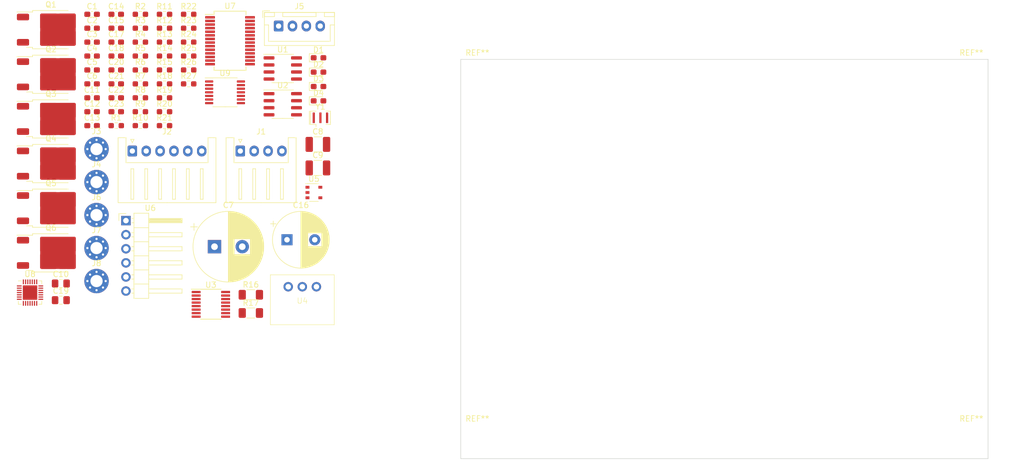
<source format=kicad_pcb>
(kicad_pcb (version 20221018) (generator pcbnew)
  (layers (0 "F.Cu" signal) (31 "B.Cu" signal) (34 "B.Paste" user) (35 "F.Paste" user) (36 "B.SilkS" user "B.Silkscreen") (37 "F.SilkS" user "F.Silkscreen") (38 "B.Mask" user) (39 "F.Mask" user) (44 "Edge.Cuts" user))
  (net 0 "")
  (net 1 "VCC")
  (net 2 "GND")
  (net 3 "+3.3VP")
  (net 4 "GNDPWR")
  (net 5 "+BATT")
  (net 6 "Net-(U4-VOUT)")
  (net 7 "Net-(U8-CPH)")
  (net 8 "Net-(U8-CPL)")
  (net 9 "Net-(U8-GVDD)")
  (net 10 "/BSTA")
  (net 11 "/OUT_A")
  (net 12 "/BSTB")
  (net 13 "/OUT_B")
  (net 14 "/BSTC")
  (net 15 "/OUT_C")
  (net 16 "Net-(D1-A)")
  (net 17 "Net-(D2-A)")
  (net 18 "Net-(D3-A)")
  (net 19 "Net-(D4-A)")
  (net 20 "/LOGIC_PWM_EN")
  (net 21 "/LOGIC_PWM_A")
  (net 22 "/LOGIC_PWM_B")
  (net 23 "/LOGIC_PWM_C")
  (net 24 "/LOGIC_MISO")
  (net 25 "/LOGIC_MOSI")
  (net 26 "/LOGIC_SCK")
  (net 27 "/LOGIC_CS")
  (net 28 "/VOLTAGE_DIV")
  (net 29 "/CURRENT_B_AMP")
  (net 30 "/CURRENT_A_AMP")
  (net 31 "Net-(Q1-G)")
  (net 32 "Net-(Q2-G)")
  (net 33 "Net-(Q2-S)")
  (net 34 "Net-(Q3-G)")
  (net 35 "Net-(Q4-G)")
  (net 36 "Net-(Q4-S)")
  (net 37 "Net-(Q5-G)")
  (net 38 "Net-(Q6-G)")
  (net 39 "/MCLR")
  (net 40 "/RED_LED")
  (net 41 "/GREEN_LED")
  (net 42 "/BLUE_LED")
  (net 43 "/nFAULT")
  (net 44 "Net-(U8-DT)")
  (net 45 "/GHA")
  (net 46 "/GLA")
  (net 47 "/GHB")
  (net 48 "/GLB")
  (net 49 "/GHC")
  (net 50 "/GLC")
  (net 51 "Net-(U9A-+)")
  (net 52 "Net-(U9A--)")
  (net 53 "Net-(U9B-+)")
  (net 54 "Net-(U9B--)")
  (net 55 "/AMP_REF")
  (net 56 "Net-(U9C-+)")
  (net 57 "/PWM_B")
  (net 58 "/PWM_C")
  (net 59 "/PWM_EN")
  (net 60 "/PWM_A")
  (net 61 "/MISO")
  (net 62 "/MOSI")
  (net 63 "/SCK")
  (net 64 "/CS")
  (net 66 "/PGD")
  (net 67 "/PGC")
  (net 70 "Net-(U7-RB0)")
  (net 71 "Net-(U7-RB1)")
  (net 72 "/VDSLVL")
  (net 74 "/nSLEEP")
  (footprint "Capacitor_SMD:C_0603_1608Metric_Pad1.08x0.95mm_HandSolder" (layer "F.Cu") (at 37.935 74.885)
    (fp_text reference "C17" (at 0 -1.43) (layer "F.SilkS"))
    (fp_text value "0.1u/100V")
    (pad "1" smd roundrect (at -0.8625 0) (size 1.075 0.95) (layers "F.Cu" "F.Paste" "F.Mask") (net 5 "+BATT"))
    (pad "2" smd roundrect (at 0.8625 0) (size 1.075 0.95) (layers "F.Cu" "F.Paste" "F.Mask") (net 4 "GNDPWR"))
  )
  (footprint "Resistor_SMD:R_0603_1608Metric_Pad0.98x0.95mm_HandSolder" (layer "F.Cu") (at 42.285 82.415)
    (fp_text reference "R7" (at 0 -1.43) (layer "F.SilkS"))
    (fp_text value "30k")
    (pad "1" smd roundrect (at -0.9125 0) (size 0.975 0.95) (layers "F.Cu" "F.Paste" "F.Mask") (net 4 "GNDPWR"))
    (pad "2" smd roundrect (at 0.9125 0) (size 0.975 0.95) (layers "F.Cu" "F.Paste" "F.Mask") (net 44 "Net-(U8-DT)"))
  )
  (footprint "Resistor_SMD:R_0603_1608Metric_Pad0.98x0.95mm_HandSolder" (layer "F.Cu") (at 50.985 82.415)
    (fp_text reference "R27" (at 0 -1.43) (layer "F.SilkS"))
    (fp_text value "33k")
    (pad "1" smd roundrect (at -0.9125 0) (size 0.975 0.95) (layers "F.Cu" "F.Paste" "F.Mask") (net 54 "Net-(U9B--)"))
    (pad "2" smd roundrect (at 0.9125 0) (size 0.975 0.95) (layers "F.Cu" "F.Paste" "F.Mask") (net 29 "/CURRENT_B_AMP"))
  )
  (footprint "MountingHole:MountingHole_2.2mm_M2_Pad_Via" (layer "F.Cu") (at 34.385 106.075)
    (fp_text reference "J6" (at 0 -3.2) (layer "F.SilkS"))
    (fp_text value "Conn_01x01")
    (pad "1" thru_hole circle (at -1.65 0) (size 0.7 0.7) (drill 0.4) (layers "*.Cu" "*.Mask") (net 11 "/OUT_A"))
    (pad "1" thru_hole circle (at -1.166726 -1.166726) (size 0.7 0.7) (drill 0.4) (layers "*.Cu" "*.Mask") (net 11 "/OUT_A"))
    (pad "1" thru_hole circle (at -1.166726 1.166726) (size 0.7 0.7) (drill 0.4) (layers "*.Cu" "*.Mask") (net 11 "/OUT_A"))
    (pad "1" thru_hole circle (at 0 -1.65) (size 0.7 0.7) (drill 0.4) (layers "*.Cu" "*.Mask") (net 11 "/OUT_A"))
    (pad "1" thru_hole circle (at 0 0) (size 4.4 4.4) (drill 2.2) (layers "*.Cu" "*.Mask") (net 11 "/OUT_A"))
    (pad "1" thru_hole circle (at 0 1.65) (size 0.7 0.7) (drill 0.4) (layers "*.Cu" "*.Mask") (net 11 "/OUT_A"))
    (pad "1" thru_hole circle (at 1.166726 -1.166726) (size 0.7 0.7) (drill 0.4) (layers "*.Cu" "*.Mask") (net 11 "/OUT_A"))
    (pad "1" thru_hole circle (at 1.166726 1.166726) (size 0.7 0.7) (drill 0.4) (layers "*.Cu" "*.Mask") (net 11 "/OUT_A"))
    (pad "1" thru_hole circle (at 1.65 0) (size 0.7 0.7) (drill 0.4) (layers "*.Cu" "*.Mask") (net 11 "/OUT_A"))
  )
  (footprint "Capacitor_SMD:C_0603_1608Metric_Pad1.08x0.95mm_HandSolder" (layer "F.Cu") (at 33.585 84.925)
    (fp_text reference "C11" (at 0 -1.43) (layer "F.SilkS"))
    (fp_text value "1u")
    (pad "1" smd roundrect (at -0.8625 0) (size 1.075 0.95) (layers "F.Cu" "F.Paste" "F.Mask") (net 6 "Net-(U4-VOUT)"))
    (pad "2" smd roundrect (at 0.8625 0) (size 1.075 0.95) (layers "F.Cu" "F.Paste" "F.Mask") (net 4 "GNDPWR"))
  )
  (footprint "LED_SMD:LED_0603_1608Metric_Pad1.05x0.95mm_HandSolder" (layer "F.Cu") (at 74.38 85.475)
    (fp_text reference "D4" (at 0 -1.43) (layer "F.SilkS"))
    (fp_text value "LED")
    (pad "1" smd roundrect (at -0.875 0) (size 1.05 0.95) (layers "F.Cu" "F.Paste" "F.Mask") (net 4 "GNDPWR"))
    (pad "2" smd roundrect (at 0.875 0) (size 1.05 0.95) (layers "F.Cu" "F.Paste" "F.Mask") (net 19 "Net-(D4-A)"))
  )
  (footprint "Capacitor_SMD:C_0603_1608Metric_Pad1.08x0.95mm_HandSolder" (layer "F.Cu") (at 37.935 84.925)
    (fp_text reference "C22" (at 0 -1.43) (layer "F.SilkS"))
    (fp_text value "1u")
    (pad "1" smd roundrect (at -0.8625 0) (size 1.075 0.95) (layers "F.Cu" "F.Paste" "F.Mask") (net 14 "/BSTC"))
    (pad "2" smd roundrect (at 0.8625 0) (size 1.075 0.95) (layers "F.Cu" "F.Paste" "F.Mask") (net 15 "/OUT_C"))
  )
  (footprint "Resistor_SMD:R_0603_1608Metric_Pad0.98x0.95mm_HandSolder" (layer "F.Cu") (at 42.285 87.435)
    (fp_text reference "R9" (at 0 -1.43) (layer "F.SilkS"))
    (fp_text value "1k")
    (pad "1" smd roundrect (at -0.9125 0) (size 0.975 0.95) (layers "F.Cu" "F.Paste" "F.Mask") (net 28 "/VOLTAGE_DIV"))
    (pad "2" smd roundrect (at 0.9125 0) (size 0.975 0.95) (layers "F.Cu" "F.Paste" "F.Mask") (net 4 "GNDPWR"))
  )
  (footprint "Package_DFN_QFN:QFN-28-1EP_4x4mm_P0.4mm_EP2.6x2.6mm" (layer "F.Cu") (at 22.405 120.055)
    (fp_text reference "U8" (at 0 -3.32) (layer "F.SilkS"))
    (fp_text value "DRV8328BRUY")
    (pad "1" smd roundrect (at -1.9375 -1.2) (size 0.875 0.2) (layers "F.Cu" "F.Paste" "F.Mask") (net 5 "+BATT"))
    (pad "2" smd roundrect (at -1.9375 -0.8) (size 0.875 0.2) (layers "F.Cu" "F.Paste" "F.Mask") (net 8 "Net-(U8-CPL)"))
    (pad "3" smd roundrect (at -1.9375 -0.4) (size 0.875 0.2) (layers "F.Cu" "F.Paste" "F.Mask") (net 7 "Net-(U8-CPH)"))
    (pad "4" smd roundrect (at -1.9375 0) (size 0.875 0.2) (layers "F.Cu" "F.Paste" "F.Mask") (net 9 "Net-(U8-GVDD)"))
    (pad "5" smd roundrect (at -1.9375 0.4) (size 0.875 0.2) (layers "F.Cu" "F.Paste" "F.Mask") (net 10 "/BSTA"))
    (pad "6" smd roundrect (at -1.9375 0.8) (size 0.875 0.2) (layers "F.Cu" "F.Paste" "F.Mask") (net 11 "/OUT_A"))
    (pad "7" smd roundrect (at -1.9375 1.2) (size 0.875 0.2) (layers "F.Cu" "F.Paste" "F.Mask") (net 45 "/GHA"))
    (pad "8" smd roundrect (at -1.2 1.9375) (size 0.2 0.875) (layers "F.Cu" "F.Paste" "F.Mask") (net 46 "/GLA"))
    (pad "9" smd roundrect (at -0.8 1.9375) (size 0.2 0.875) (layers "F.Cu" "F.Paste" "F.Mask") (net 12 "/BSTB"))
    (pad "10" smd roundrect (at -0.4 1.9375) (size 0.2 0.875) (layers "F.Cu" "F.Paste" "F.Mask") (net 13 "/OUT_B"))
    (pad "11" smd roundrect (at 0 1.9375) (size 0.2 0.875) (layers "F.Cu" "F.Paste" "F.Mask") (net 47 "/GHB"))
    (pad "12" smd roundrect (at 0.4 1.9375) (size 0.2 0.875) (layers "F.Cu" "F.Paste" "F.Mask") (net 48 "/GLB"))
    (pad "13" smd roundrect (at 0.8 1.9375) (size 0.2 0.875) (layers "F.Cu" "F.Paste" "F.Mask") (net 14 "/BSTC"))
    (pad "14" smd roundrect (at 1.2 1.9375) (size 0.2 0.875) (layers "F.Cu" "F.Paste" "F.Mask") (net 15 "/OUT_C"))
    (pad "15" smd roundrect (at 1.9375 1.2) (size 0.875 0.2) (layers "F.Cu" "F.Paste" "F.Mask") (net 49 "/GHC"))
    (pad "16" smd roundrect (at 1.9375 0.8) (size 0.875 0.2) (layers "F.Cu" "F.Paste" "F.Mask") (net 50 "/GLC"))
    (pad "17" smd roundrect (at 1.9375 0.4) (size 0.875 0.2) (layers "F.Cu" "F.Paste" "F.Mask") (net 4 "GNDPWR"))
    (pad "18" smd roundrect (at 1.9375 0) (size 0.875 0.2) (layers "F.Cu" "F.Paste" "F.Mask") (net 58 "/PWM_C"))
    (pad "19" smd roundrect (at 1.9375 -0.4) (size 0.875 0.2) (layers "F.Cu" "F.Paste" "F.Mask") (net 57 "/PWM_B"))
    (pad "20" smd roundrect (at 1.9375 -0.8) (size 0.875 0.2) (layers "F.Cu" "F.Paste" "F.Mask") (net 60 "/PWM_A"))
    (pad "21" smd roundrect (at 1.9375 -1.2) (size 0.875 0.2) (layers "F.Cu" "F.Paste" "F.Mask") (net 59 "/PWM_EN"))
    (pad "22" smd roundrect (at 1.2 -1.9375) (size 0.2 0.875) (layers "F.Cu" "F.Paste" "F.Mask") (net 59 "/PWM_EN"))
    (pad "23" smd roundrect (at 0.8 -1.9375) (size 0.2 0.875) (layers "F.Cu" "F.Paste" "F.Mask") (net 59 "/PWM_EN"))
    (pad "24" smd roundrect (at 0.4 -1.9375) (size 0.2 0.875) (layers "F.Cu" "F.Paste" "F.Mask") (net 43 "/nFAULT"))
    (pad "25" smd roundrect (at 0 -1.9375) (size 0.2 0.875) (layers "F.Cu" "F.Paste" "F.Mask") (net 74 "/nSLEEP"))
    (pad "26" smd roundrect (at -0.4 -1.9375) (size 0.2 0.875) (layers "F.Cu" "F.Paste" "F.Mask") (net 72 "/VDSLVL"))
    (pad "27" smd roundrect (at -0.8 -1.9375) (size 0.2 0.875) (layers "F.Cu" "F.Paste" "F.Mask") (net 44 "Net-(U8-DT)"))
    (pad "28" smd roundrect (at -1.2 -1.9375) (size 0.2 0.875) (layers "F.Cu" "F.Paste" "F.Mask") (net 4 "GNDPWR"))
    (pad "29" smd rect (at 0 0) (size 2.6 2.6) (layers "F.Cu" "F.Mask") (net 4 "GNDPWR"))
  )
  (footprint "Capacitor_SMD:C_0603_1608Metric_Pad1.08x0.95mm_HandSolder" (layer "F.Cu") (at 37.935 77.395)
    (fp_text reference "C18" (at 0 -1.43) (layer "F.SilkS"))
    (fp_text value "470n/50V")
    (pad "1" smd roundrect (at -0.8625 0) (size 1.075 0.95) (layers "F.Cu" "F.Paste" "F.Mask") (net 7 "Net-(U8-CPH)"))
    (pad "2" smd roundrect (at 0.8625 0) (size 1.075 0.95) (layers "F.Cu" "F.Paste" "F.Mask") (net 8 "Net-(U8-CPL)"))
  )
  (footprint "Resistor_SMD:R_0603_1608Metric_Pad0.98x0.95mm_HandSolder" (layer "F.Cu") (at 46.635 72.375)
    (fp_text reference "R12" (at 0 -1.43) (layer "F.SilkS"))
    (fp_text value "20")
    (pad "1" smd roundrect (at -0.9125 0) (size 0.975 0.95) (layers "F.Cu" "F.Paste" "F.Mask") (net 47 "/GHB"))
    (pad "2" smd roundrect (at 0.9125 0) (size 0.975 0.95) (layers "F.Cu" "F.Paste" "F.Mask") (net 34 "Net-(Q3-G)"))
  )
  (footprint "Resistor_SMD:R_0603_1608Metric_Pad0.98x0.95mm_HandSolder" (layer "F.Cu") (at 50.985 77.395)
    (fp_text reference "R25" (at 0 -1.43) (layer "F.SilkS"))
    (fp_text value "10k")
    (pad "1" smd roundrect (at -0.9125 0) (size 0.975 0.95) (layers "F.Cu" "F.Paste" "F.Mask") (net 4 "GNDPWR"))
    (pad "2" smd roundrect (at 0.9125 0) (size 0.975 0.95) (layers "F.Cu" "F.Paste" "F.Mask") (net 56 "Net-(U9C-+)"))
  )
  (footprint "Capacitor_SMD:C_1210_3225Metric_Pad1.33x2.70mm_HandSolder" (layer "F.Cu") (at 74.265 93.325)
    (fp_text reference "C8" (at 0 -2.3) (layer "F.SilkS"))
    (fp_text value "10u/100V")
    (pad "1" smd roundrect (at -1.5625 0) (size 1.325 2.7) (layers "F.Cu" "F.Paste" "F.Mask") (roundrect_rratio 0.188679) (net 5 "+BATT"))
    (pad "2" smd roundrect (at 1.5625 0) (size 1.325 2.7) (layers "F.Cu" "F.Paste" "F.Mask") (roundrect_rratio 0.188679) (net 4 "GNDPWR"))
  )
  (footprint "Resistor_SMD:R_0603_1608Metric_Pad0.98x0.95mm_HandSolder" (layer "F.Cu") (at 46.635 79.905)
    (fp_text reference "R15" (at 0 -1.43) (layer "F.SilkS"))
    (fp_text value "20")
    (pad "1" smd roundrect (at -0.9125 0) (size 0.975 0.95) (layers "F.Cu" "F.Paste" "F.Mask") (net 50 "/GLC"))
    (pad "2" smd roundrect (at 0.9125 0) (size 0.975 0.95) (layers "F.Cu" "F.Paste" "F.Mask") (net 38 "Net-(Q6-G)"))
  )
  (footprint "Capacitor_SMD:C_0805_2012Metric_Pad1.18x1.45mm_HandSolder" (layer "F.Cu") (at 27.955 118.415)
    (fp_text reference "C10" (at 0 -1.68) (layer "F.SilkS"))
    (fp_text value "22u")
    (pad "1" smd roundrect (at -1.0375 0) (size 1.175 1.45) (layers "F.Cu" "F.Paste" "F.Mask") (roundrect_rratio 0.212766) (net 6 "Net-(U4-VOUT)"))
    (pad "2" smd roundrect (at 1.0375 0) (size 1.175 1.45) (layers "F.Cu" "F.Paste" "F.Mask") (roundrect_rratio 0.212766) (net 4 "GNDPWR"))
  )
  (footprint "MountingHole:MountingHole_2.2mm_M2_Pad_Via" (layer "F.Cu") (at 34.385 112.025)
    (fp_text reference "J7" (at 0 -3.2) (layer "F.SilkS"))
    (fp_text value "Conn_01x01")
    (pad "1" thru_hole circle (at -1.65 0) (size 0.7 0.7) (drill 0.4) (layers "*.Cu" "*.Mask") (net 13 "/OUT_B"))
    (pad "1" thru_hole circle (at -1.166726 -1.166726) (size 0.7 0.7) (drill 0.4) (layers "*.Cu" "*.Mask") (net 13 "/OUT_B"))
    (pad "1" thru_hole circle (at -1.166726 1.166726) (size 0.7 0.7) (drill 0.4) (layers "*.Cu" "*.Mask") (net 13 "/OUT_B"))
    (pad "1" thru_hole circle (at 0 -1.65) (size 0.7 0.7) (drill 0.4) (layers "*.Cu" "*.Mask") (net 13 "/OUT_B"))
    (pad "1" thru_hole circle (at 0 0) (size 4.4 4.4) (drill 2.2) (layers "*.Cu" "*.Mask") (net 13 "/OUT_B"))
    (pad "1" thru_hole circle (at 0 1.65) (size 0.7 0.7) (drill 0.4) (layers "*.Cu" "*.Mask") (net 13 "/OUT_B"))
    (pad "1" thru_hole circle (at 1.166726 -1.166726) (size 0.7 0.7) (drill 0.4) (layers "*.Cu" "*.Mask") (net 13 "/OUT_B"))
    (pad "1" thru_hole circle (at 1.166726 1.166726) (size 0.7 0.7) (drill 0.4) (layers "*.Cu" "*.Mask") (net 13 "/OUT_B"))
    (pad "1" thru_hole circle (at 1.65 0) (size 0.7 0.7) (drill 0.4) (layers "*.Cu" "*.Mask") (net 13 "/OUT_B"))
  )
  (footprint "Capacitor_SMD:C_0603_1608Metric_Pad1.08x0.95mm_HandSolder" (layer "F.Cu") (at 33.585 77.395)
    (fp_text reference "C4" (at 0 -1.43) (layer "F.SilkS"))
    (fp_text value "0.1u")
    (pad "1" smd roundrect (at -0.8625 0) (size 1.075 0.95) (layers "F.Cu" "F.Paste" "F.Mask") (net 3 "+3.3VP"))
    (pad "2" smd roundrect (at 0.8625 0) (size 1.075 0.95) (layers "F.Cu" "F.Paste" "F.Mask") (net 4 "GNDPWR"))
  )
  (footprint "Package_SO:SOIC-8_3.9x4.9mm_P1.27mm" (layer "F.Cu") (at 67.935 86.085)
    (fp_text reference "U2" (at 0 -3.4) (layer "F.SilkS"))
    (fp_text value "SCM3728ASA")
    (pad "1" smd roundrect (at -2.475 -1.905) (size 1.95 0.6) (layers "F.Cu" "F.Paste" "F.Mask") (net 1 "VCC"))
    (pad "2" smd roundrect (at -2.475 -0.635) (size 1.95 0.6) (layers "F.Cu" "F.Paste" "F.Mask") (net 21 "/LOGIC_PWM_A"))
    (pad "3" smd roundrect (at -2.475 0.635) (size 1.95 0.6) (layers "F.Cu" "F.Paste" "F.Mask") (net 20 "/LOGIC_PWM_EN"))
    (pad "4" smd roundrect (at -2.475 1.905) (size 1.95 0.6) (layers "F.Cu" "F.Paste" "F.Mask") (net 2 "GND"))
    (pad "5" smd roundrect (at 2.475 1.905) (size 1.95 0.6) (layers "F.Cu" "F.Paste" "F.Mask") (net 4 "GNDPWR"))
    (pad "6" smd roundrect (at 2.475 0.635) (size 1.95 0.6) (layers "F.Cu" "F.Paste" "F.Mask") (net 59 "/PWM_EN"))
    (pad "7" smd roundrect (at 2.475 -0.635) (size 1.95 0.6) (layers "F.Cu" "F.Paste" "F.Mask") (net 60 "/PWM_A"))
    (pad "8" smd roundrect (at 2.475 -1.905) (size 1.95 0.6) (layers "F.Cu" "F.Paste" "F.Mask") (net 3 "+3.3VP"))
  )
  (footprint "Resistor_SMD:R_0603_1608Metric_Pad0.98x0.95mm_HandSolder" (layer "F.Cu") (at 50.985 79.905)
    (fp_text reference "R26" (at 0 -1.43) (layer "F.SilkS"))
    (fp_text value "33k")
    (pad "1" smd roundrect (at -0.9125 0) (size 0.975 0.95) (layers "F.Cu" "F.Paste" "F.Mask") (net 52 "Net-(U9A--)"))
    (pad "2" smd roundrect (at 0.9125 0) (size 0.975 0.95) (layers "F.Cu" "F.Paste" "F.Mask") (net 30 "/CURRENT_A_AMP"))
  )
  (footprint "MountingHole:MountingHole_3.2mm_M3" (layer "F.Cu") (at 192 147)
    (fp_text reference "REF**" (at 0 -4.2) (layer "F.SilkS"))
    (fp_text value "MountingHole_3.2mm_M3")
    (pad "" np_thru_hole circle (at 0 0) (size 3.2 3.2) (drill 3.2) (layers "*.Cu" "*.Mask"))
  )
  (footprint "Capacitor_THT:CP_Radial_D10.0mm_P5.00mm" (layer "F.Cu") (at 68.699646 110.525)
    (fp_text reference "C16" (at 2.5 -6.25) (layer "F.SilkS"))
    (fp_text value "47u/100V")
    (pad "1" thru_hole rect (at 0 0) (size 2 2) (drill 1) (layers "*.Cu" "*.Mask") (net 5 "+BATT"))
    (pad "2" thru_hole circle (at 5 0) (size 2 2) (drill 1) (layers "*.Cu" "*.Mask") (net 4 "GNDPWR"))
  )
  (footprint "Package_TO_SOT_SMD:TO-252-2" (layer "F.Cu") (at 26.175 104.835)
    (fp_text reference "Q5" (at 0 -4.5) (layer "F.SilkS"))
    (fp_text value "Q_NMOS_GDS")
    (pad "1" smd roundrect (at -5.04 -2.28) (size 2.2 1.2) (layers "F.Cu" "F.Paste" "F.Mask") (roundrect_rratio 0.208333) (net 37 "Net-(Q5-G)"))
    (pad "2" smd roundrect (at -0.415 -1.525) (size 3.05 2.75) (layers "F.Cu" "F.Paste") (roundrect_rratio 0.090909) (net 5 "+BATT"))
    (pad "2" smd roundrect (at -0.415 1.525) (size 3.05 2.75) (layers "F.Cu" "F.Paste") (roundrect_rratio 0.090909) (net 5 "+BATT"))
    (pad "2" smd roundrect (at 1.26 0) (size 6.4 5.8) (layers "F.Cu" "F.Mask") (roundrect_rratio 0.043103) (net 5 "+BATT"))
    (pad "2" smd roundrect (at 2.935 -1.525) (size 3.05 2.75) (layers "F.Cu" "F.Paste") (roundrect_rratio 0.090909) (net 5 "+BATT"))
    (pad "2" smd roundrect (at 2.935 1.525) (size 3.05 2.75) (layers "F.Cu" "F.Paste") (roundrect_rratio 0.090909) (net 5 "+BATT"))
    (pad "3" smd roundrect (at -5.04 2.28) (size 2.2 1.2) (layers "F.Cu" "F.Paste" "F.Mask") (roundrect_rratio 0.208333) (net 15 "/OUT_C"))
  )
  (footprint "Resistor_SMD:R_0603_1608Metric_Pad0.98x0.95mm_HandSolder" (layer "F.Cu") (at 42.285 84.925)
    (fp_text reference "R8" (at 0 -1.43) (layer "F.SilkS"))
    (fp_text value "15k")
    (pad "1" smd roundrect (at -0.9125 0) (size 0.975 0.95) (layers "F.Cu" "F.Paste" "F.Mask") (net 5 "+BATT"))
    (pad "2" smd roundrect (at 0.9125 0) (size 0.975 0.95) (layers "F.Cu" "F.Paste" "F.Mask") (net 28 "/VOLTAGE_DIV"))
  )
  (footprint "Resistor_SMD:R_0603_1608Metric_Pad0.98x0.95mm_HandSolder" (layer "F.Cu") (at 46.635 82.415)
    (fp_text reference "R18" (at 0 -1.43) (layer "F.SilkS"))
    (fp_text value "1k")
    (pad "1" smd roundrect (at -0.9125 0) (size 0.975 0.95) (layers "F.Cu" "F.Paste" "F.Mask") (net 33 "Net-(Q2-S)"))
    (pad "2" smd roundrect (at 0.9125 0) (size 0.975 0.95) (layers "F.Cu" "F.Paste" "F.Mask") (net 51 "Net-(U9A-+)"))
  )
  (footprint "Package_SO:TSSOP-14_4.4x5mm_P0.65mm" (layer "F.Cu") (at 57.535 83.935)
    (fp_text reference "U9" (at 0 -3.45) (layer "F.SilkS"))
    (fp_text value "Opamp_Quad")
    (pad "1" smd roundrect (at -2.8625 -1.95) (size 1.475 0.4) (layers "F.Cu" "F.Paste" "F.Mask") (net 30 "/CURRENT_A_AMP"))
    (pad "2" smd roundrect (at -2.8625 -1.3) (size 1.475 0.4) (layers "F.Cu" "F.Paste" "F.Mask") (net 52 "Net-(U9A--)"))
    (pad "3" smd roundrect (at -2.8625 -0.65) (size 1.475 0.4) (layers "F.Cu" "F.Paste" "F.Mask") (net 51 "Net-(U9A-+)"))
    (pad "4" smd roundrect (at -2.8625 0) (size 1.475 0.4) (layers "F.Cu" "F.Paste" "F.Mask") (net 3 "+3.3VP"))
    (pad "5" smd roundrect (at -2.8625 0.65) (size 1.475 0.4) (layers "F.Cu" "F.Paste" "F.Mask") (net 53 "Net-(U9B-+)"))
    (pad "6" smd roundrect (at -2.8625 1.3) (size 1.475 0.4) (layers "F.Cu" "F.Paste" "F.Mask") (net 54 "Net-(U9B--)"))
    (pad "7" smd roundrect (at -2.8625 1.95) (size 1.475 0.4) (layers "F.Cu" "F.Paste" "F.Mask") (net 29 "/CURRENT_B_AMP"))
    (pad "8" smd roundrect (at 2.8625 1.95) (size 1.475 0.4) (layers "F.Cu" "F.Paste" "F.Mask") (net 55 "/AMP_REF"))
    (pad "9" smd roundrect (at 2.8625 1.3) (size 1.475 0.4) (layers "F.Cu" "F.Paste" "F.Mask") (net 55 "/AMP_REF"))
    (pad "10" smd roundrect (at 2.8625 0.65) (size 1.475 0.4) (layers "F.Cu" "F.Paste" "F.Mask") (net 56 "Net-(U9C-+)"))
    (pad "11" smd roundrect (at 2.8625 0) (size 1.475 0.4) (layers "F.Cu" "F.Paste" "F.Mask") (net 4 "GNDPWR"))
    (pad "12" smd roundrect (at 2.8625 -0.65) (size 1.475 0.4) (layers "F.Cu" "F.Paste" "F.Mask") (net 4 "GNDPWR"))
    (pad "13" smd roundrect (at 2.8625 -1.3) (size 1.475 0.4) (layers "F.Cu" "F.Paste" "F.Mask") (net 4 "GNDPWR"))
    (pad "14" smd roundrect (at 2.8625 -1.95) (size 1.475 0.4) (layers "F.Cu" "F.Paste" "F.Mask"))
  )
  (footprint "Capacitor_SMD:C_0603_1608Metric_Pad1.08x0.95mm_HandSolder" (layer "F.Cu") (at 33.585 87.435)
    (fp_text reference "C12" (at 0 -1.43) (layer "F.SilkS"))
    (fp_text value "1u")
    (pad "1" smd roundrect (at -0.8625 0) (size 1.075 0.95) (layers "F.Cu" "F.Paste" "F.Mask") (net 3 "+3.3VP"))
    (pad "2" smd roundrect (at 0.8625 0) (size 1.075 0.95) (layers "F.Cu" "F.Paste" "F.Mask") (net 4 "GNDPWR"))
  )
  (footprint "Package_SO:SSOP-28_5.3x10.2mm_P0.65mm" (layer "F.Cu") (at 58.435 74.635)
    (fp_text reference "U7" (at 0 -6.25) (layer "F.SilkS"))
    (fp_text value "dsPIC33CH64MP202T")
    (pad "1" smd rect (at -3.6 -4.225) (size 1.75 0.45) (layers "F.Cu" "F.Paste" "F.Mask"))
    (pad "2" smd rect (at -3.6 -3.575) (size 1.75 0.45) (layers "F.Cu" "F.Paste" "F.Mask") (net 28 "/VOLTAGE_DIV"))
    (pad "3" smd rect (at -3.6 -2.925) (size 1.75 0.45) (layers "F.Cu" "F.Paste" "F.Mask") (net 30 "/CURRENT_A_AMP"))
    (pad "4" smd rect (at -3.6 -2.275) (size 1.75 0.45) (layers "F.Cu" "F.Paste" "F.Mask") (net 29 "/CURRENT_B_AMP"))
    (pad "5" smd rect (at -3.6 -1.625) (size 1.75 0.45) (layers "F.Cu" "F.Paste" "F.Mask") (net 3 "+3.3VP"))
    (pad "6" smd rect (at -3.6 -0.975) (size 1.75 0.45) (layers "F.Cu" "F.Paste" "F.Mask") (net 4 "GNDPWR"))
    (pad "7" smd rect (at -3.6 -0.325) (size 1.75 0.45) (layers "F.Cu" "F.Paste" "F.Mask") (net 3 "+3.3VP"))
    (pad "8" smd rect (at -3.6 0.325) (size 1.75 0.45) (layers "F.Cu" "F.Paste" "F.Mask") (net 4 "GNDPWR"))
    (pad "9" smd rect (at -3.6 0.975) (size 1.75 0.45) (layers "F.Cu" "F.Paste" "F.Mask") (net 70 "Net-(U7-RB0)"))
    (pad "10" smd rect (at -3.6 1.625) (size 1.75 0.45) (layers "F.Cu" "F.Paste" "F.Mask") (net 71 "Net-(U7-RB1)"))
    (pad "11" smd rect (at -3.6 2.275) (size 1.75 0.45) (layers "F.Cu" "F.Paste" "F.Mask") (net 72 "/VDSLVL"))
    (pad "12" smd rect (at -3.6 2.925) (size 1.75 0.45) (layers "F.Cu" "F.Paste" "F.Mask") (net 64 "/CS"))
    (pad "13" smd rect (at -3.6 3.575) (size 1.75 0.45) (layers "F.Cu" "F.Paste" "F.Mask") (net 63 "/SCK"))
    (pad "14" smd rect (at -3.6 4.225) (size 1.75 0.45) (layers "F.Cu" "F.Paste" "F.Mask") (net 62 "/MOSI"))
    (pad "15" smd rect (at 3.6 4.225) (size 1.75 0.45) (layers "F.Cu" "F.Paste" "F.Mask") (net 61 "/MISO"))
    (pad "16" smd rect (at 3.6 3.575) (size 1.75 0.45) (layers "F.Cu" "F.Paste" "F.Mask"))
    (pad "17" smd rect (at 3.6 2.925) (size 1.75 0.45) (layers "F.Cu" "F.Paste" "F.Mask") (net 66 "/PGD"))
    (pad "18" smd rect (at 3.6 2.275) (size 1.75 0.45) (layers "F.Cu" "F.Paste" "F.Mask") (net 67 "/PGC"))
    (pad "19" smd rect (at 3.6 1.625) (size 1.75 0.45) (layers "F.Cu" "F.Paste" "F.Mask") (net 4 "GNDPWR"))
    (pad "20" smd rect (at 3.6 0.975) (size 1.75 0.45) (layers "F.Cu" "F.Paste" "F.Mask") (net 3 "+3.3VP"))
    (pad "21" smd rect (at 3.6 0.325) (size 1.75 0.45) (layers "F.Cu" "F.Paste" "F.Mask") (net 42 "/BLUE_LED"))
    (pad "22" smd rect (at 3.6 -0.325) (size 1.75 0.45) (layers "F.Cu" "F.Paste" "F.Mask") (net 41 "/GREEN_LED"))
    (pad "23" smd rect (at 3.6 -0.975) (size 1.75 0.45) (layers "F.Cu" "F.Paste" "F.Mask") (net 40 "/RED_LED"))
    (pad "24" smd rect (at 3.6 -1.625) (size 1.75 0.45) (layers "F.Cu" "F.Paste" "F.Mask") (net 43 "/nFAULT"))
    (pad "25" smd rect (at 3.6 -2.275) (size 1.75 0.45) (layers "F.Cu" "F.Paste" "F.Mask") (net 74 "/nSLEEP"))
    (pad "26" smd rect (at 3.6 -2.925) (size 1.75 0.45) (layers "F.Cu" "F.Paste" "F.Mask"))
    (pad "27" smd rect (at 3.6 -3.575) (size 1.75 0.45) (layers "F.Cu" "F.Paste" "F.Mask") (net 39 "/MCLR"))
    (pad "28" smd rect (at 3.6 -4.225) (size 1.75 0.45) (layers "F.Cu" "F.Paste" "F.Mask"))
  )
  (footprint "0_kicad_wood:K78Uxx-500R3" (layer "F.Cu") (at 71.46 119)
    (fp_text reference "U4" (at 0 2.54 unlocked) (layer "F.SilkS") (effects (font (thickness 0.1))))
    (fp_text value "K78U05-500R3")
    (pad "1" thru_hole circle (at -2.54 0) (size 1.7 1.7) (drill 1) (layers "*.Cu" "*.Mask") (net 5 "+BATT"))
    (pad "2" thru_hole circle (at 0 0) (size 1.7 1.7) (drill 1) (layers "*.Cu" "*.Mask") (net 4 "GNDPWR"))
    (pad "3" thru_hole circle (at 2.54 0) (size 1.7 1.7) (drill 1) (layers "*.Cu" "*.Mask") (net 6 "Net-(U4-VOUT)"))
  )
  (footprint "Resistor_SMD:R_0603_1608Metric_Pad0.98x0.95mm_HandSolder" (layer "F.Cu") (at 50.985 69.865)
    (fp_text reference "R22" (at 0 -1.43) (layer "F.SilkS"))
    (fp_text value "33k")
    (pad "1" smd roundrect (at -0.9125 0) (size 0.975 0.95) (layers "F.Cu" "F.Paste" "F.Mask") (net 51 "Net-(U9A-+)"))
    (pad "2" smd roundrect (at 0.9125 0) (size 0.975 0.95) (layers "F.Cu" "F.Paste" "F.Mask") (net 55 "/AMP_REF"))
  )
  (footprint "Package_TO_SOT_SMD:TO-252-2" (layer "F.Cu") (at 26.175 72.635)
    (fp_text reference "Q1" (at 0 -4.5) (layer "F.SilkS"))
    (fp_text value "Q_NMOS_GDS")
    (pad "1" smd roundrect (at -5.04 -2.28) (size 2.2 1.2) (layers "F.Cu" "F.Paste" "F.Mask") (roundrect_rratio 0.208333) (net 31 "Net-(Q1-G)"))
    (pad "2" smd roundrect (at -0.415 -1.525) (size 3.05 2.75) (layers "F.Cu" "F.Paste") (roundrect_rratio 0.090909) (net 5 "+BATT"))
    (pad "2" smd roundrect (at -0.415 1.525) (size 3.05 2.75) (layers "F.Cu" "F.Paste") (roundrect_rratio 0.090909) (net 5 "+BATT"))
    (pad "2" smd roundrect (at 1.26 0) (size 6.4 5.8) (layers "F.Cu" "F.Mask") (roundrect_rratio 0.043103) (net 5 "+BATT"))
    (pad "2" smd roundrect (at 2.935 -1.525) (size 3.05 2.75) (layers "F.Cu" "F.Paste") (roundrect_rratio 0.090909) (net 5 "+BATT"))
    (pad "2" smd roundrect (at 2.935 1.525) (size 3.05 2.75) (layers "F.Cu" "F.Paste") (roundrect_rratio 0.090909) (net 5 "+BATT"))
    (pad "3" smd roundrect (at -5.04 2.28) (size 2.2 1.2) (layers "F.Cu" "F.Paste" "F.Mask") (roundrect_rratio 0.208333) (net 11 "/OUT_A"))
  )
  (footprint "Resistor_SMD:R_0603_1608Metric_Pad0.98x0.95mm_HandSolder" (layer "F.Cu") (at 42.285 79.905)
    (fp_text reference "R6" (at 0 -1.43) (layer "F.SilkS"))
    (fp_text value "10k")
    (pad "1" smd roundrect (at -0.9125 0) (size 0.975 0.95) (layers "F.Cu" "F.Paste" "F.Mask") (net 3 "+3.3VP"))
    (pad "2" smd roundrect (at 0.9125 0) (size 0.975 0.95) (layers "F.Cu" "F.Paste" "F.Mask") (net 43 "/nFAULT"))
  )
  (footprint "Crystal:Resonator_SMD_Murata_CSTxExxV-3Pin_3.0x1.1mm" (layer "F.Cu") (at 74.72 88.53)
    (fp_text reference "Y1" (at 0 -2) (layer "F.SilkS"))
    (fp_text value "16MHz")
    (pad "1" smd rect (at -1.2 0) (size 0.4 1.9) (layers "F.Cu" "F.Paste" "F.Mask") (net 70 "Net-(U7-RB0)"))
    (pad "2" smd rect (at 0 0) (size 0.4 1.9) (layers "F.Cu" "F.Paste" "F.Mask") (net 4 "GNDPWR"))
    (pad "3" smd rect (at 1.2 0) (size 0.4 1.9) (layers "F.Cu" "F.Paste" "F.Mask") (net 71 "Net-(U7-RB1)"))
  )
  (footprint "Package_TO_SOT_SMD:TO-252-2" (layer "F.Cu") (at 26.175 80.685)
    (fp_text reference "Q2" (at 0 -4.5) (layer "F.SilkS"))
    (fp_text value "Q_NMOS_GDS")
    (pad "1" smd roundrect (at -5.04 -2.28) (size 2.2 1.2) (layers "F.Cu" "F.Paste" "F.Mask") (roundrect_rratio 0.208333) (net 32 "Net-(Q2-G)"))
    (pad "2" smd roundrect (at -0.415 -1.525) (size 3.05 2.75) (layers "F.Cu" "F.Paste") (roundrect_rratio 0.090909) (net 11 "/OUT_A"))
    (pad "2" smd roundrect (at -0.415 1.525) (size 3.05 2.75) (layers "F.Cu" "F.Paste") (roundrect_rratio 0.090909) (net 11 "/OUT_A"))
    (pad "2" smd roundrect (at 1.26 0) (size 6.4 5.8) (layers "F.Cu" "F.Mask") (roundrect_rratio 0.043103) (net 11 "/OUT_A"))
    (pad "2" smd roundrect (at 2.935 -1.525) (size 3.05 2.75) (layers "F.Cu" "F.Paste") (roundrect_rratio 0.090909) (net 11 "/OUT_A"))
    (pad "2" smd roundrect (at 2.935 1.525) (size 3.05 2.75) (layers "F.Cu" "F.Paste") (roundrect_rratio 0.090909) (net 11 "/OUT_A"))
    (pad "3" smd roundrect (at -5.04 2.28) (size 2.2 1.2) (layers "F.Cu" "F.Paste" "F.Mask") (roundrect_rratio 0.208333) (net 33 "Net-(Q2-S)"))
  )
  (footprint "Capacitor_THT:CP_Radial_D12.5mm_P5.00mm" (layer "F.Cu") (at 55.637082 111.775)
    (fp_text reference "C7" (at 2.5 -7.5) (layer "F.SilkS"))
    (fp_text value "220u/100V")
    (pad "1" thru_hole rect (at 0 0) (size 2.4 2.4) (drill 1.2) (layers "*.Cu" "*.Mask") (net 5 "+BATT"))
    (pad "2" thru_hole circle (at 5 0) (size 2.4 2.4) (drill 1.2) (layers "*.Cu" "*.Mask") (net 4 "GNDPWR"))
  )
  (footprint "Resistor_SMD:R_0603_1608Metric_Pad0.98x0.95mm_HandSolder" (layer "F.Cu") (at 46.635 74.885)
    (fp_text reference "R13" (at 0 -1.43) (layer "F.SilkS"))
    (fp_text value "20")
    (pad "1" smd roundrect (at -0.9125 0) (size 0.975 0.95) (layers "F.Cu" "F.Paste" "F.Mask") (net 48 "/GLB"))
    (pad "2" smd roundrect (at 0.9125 0) (size 0.975 0.95) (layers "F.Cu" "F.Paste" "F.Mask") (net 35 "Net-(Q4-G)"))
  )
  (footprint "MountingHole:MountingHole_2.2mm_M2_Pad_Via" (layer "F.Cu") (at 34.385 100.125)
    (fp_text reference "J4" (at 0 -3.2) (layer "F.SilkS"))
    (fp_text value "Conn_01x01")
    (pad "1" thru_hole circle (at -1.65 0) (size 0.7 0.7) (drill 0.4) (layers "*.Cu" "*.Mask") (net 4 "GNDPWR"))
    (pad "1" thru_hole circle (at -1.166726 -1.166726) (size 0.7 0.7) (drill 0.4) (layers "*.Cu" "*.Mask") (net 4 "GNDPWR"))
    (pad "1" thru_hole circle (at -1.166726 1.166726) (size 0.7 0.7) (drill 0.4) (layers "*.Cu" "*.Mask") (net 4 "GNDPWR"))
    (pad "1" thru_hole circle (at 0 -1.65) (size 0.7 0.7) (drill 0.4) (layers "*.Cu" "*.Mask") (net 4 "GNDPWR"))
    (pad "1" thru_hole circle (at 0 0) (size 4.4 4.4) (drill 2.2) (layers "*.Cu" "*.Mask") (net 4 "GNDPWR"))
    (pad "1" thru_hole circle (at 0 1.65) (size 0.7 0.7) (drill 0.4) (layers "*.Cu" "*.Mask") (net 4 "GNDPWR"))
    (pad "1" thru_hole circle (at 1.166726 -1.166726) (size 0.7 0.7) (drill 0.4) (layers "*.Cu" "*.Mask") (net 4 "GNDPWR"))
    (pad "1" thru_hole circle (at 1.166726 1.166726) (size 0.7 0.7) (drill 0.4) (layers "*.Cu" "*.Mask") (net 4 "GNDPWR"))
    (pad "1" thru_hole circle (at 1.65 0) (size 0.7 0.7) (drill 0.4) (layers "*.Cu" "*.Mask") (net 4 "GNDPWR"))
  )
  (footprint "LED_SMD:LED_0603_1608Metric_Pad1.05x0.95mm_HandSolder" (layer "F.Cu") (at 74.38 77.705)
    (fp_text reference "D1" (at 0 -1.43) (layer "F.SilkS"))
    (fp_text value "LED")
    (pad "1" smd roundrect (at -0.875 0) (size 1.05 0.95) (layers "F.Cu" "F.Paste" "F.Mask") (net 4 "GNDPWR"))
    (pad "2" smd roundrect (at 0.875 0) (size 1.05 0.95) (layers "F.Cu" "F.Paste" "F.Mask") (net 16 "Net-(D1-A)"))
  )
  (footprint "Resistor_SMD:R_0603_1608Metric_Pad0.98x0.95mm_HandSolder" (layer "F.Cu") (at 46.635 84.925)
    (fp_text reference "R19" (at 0 -1.43) (layer "F.SilkS"))
    (fp_text value "1k")
    (pad "1" smd roundrect (at -0.9125 0) (size 0.975 0.95) (layers "F.Cu" "F.Paste" "F.Mask") (net 4 "GNDPWR"))
    (pad "2" smd roundrect (at 0.9125 0) (size 0.975 0.95) (layers "F.Cu" "F.Paste" "F.Mask") (net 52 "Net-(U9A--)"))
  )
  (footprint "Resistor_SMD:R_0603_1608Metric_Pad0.98x0.95mm_HandSolder" (layer "F.Cu") (at 46.635 87.435)
    (fp_text reference "R20" (at 0 -1.43) (layer "F.SilkS"))
    (fp_text value "1k")
    (pad "1" smd roundrect (at -0.9125 0) (size 0.975 0.95) (layers "F.Cu" "F.Paste" "F.Mask") (net 36 "Net-(Q4-S)"))
    (pad "2" smd roundrect (at 0.9125 0) (size 0.975 0.95) (layers "F.Cu" "F.Paste" "F.Mask") (net 53 "Net-(U9B-+)"))
  )
  (footprint "Package_TO_SOT_SMD:TO-252-2" (layer "F.Cu") (at 26.175 96.785)
    (fp_text reference "Q4" (at 0 -4.5) (layer "F.SilkS"))
    (fp_text value "Q_NMOS_GDS")
    (pad "1" smd roundrect (at -5.04 -2.28) (size 2.2 1.2) (layers "F.Cu" "F.Paste" "F.Mask") (roundrect_rratio 0.208333) (net 35 "Net-(Q4-G)"))
    (pad "2" smd roundrect (at -0.415 -1.525) (size 3.05 2.75) (layers "F.Cu" "F.Paste") (roundrect_rratio 0.090909) (net 13 "/OUT_B"))
    (pad "2" smd roundrect (at -0.415 1.525) (size 3.05 2.75) (layers "F.Cu" "F.Paste") (roundrect_rratio 0.090909) (net 13 "/OUT_B"))
    (pad "2" smd roundrect (at 1.26 0) (size 6.4 5.8) (layers "F.Cu" "F.Mask") (roundrect_rratio 0.043103) (net 13 "/OUT_B"))
    (pad "2" smd roundrect (at 2.935 -1.525) (size 3.05 2.75) (layers "F.Cu" "F.Paste") (roundrect_rratio 0.090909) (net 13 "/OUT_B"))
    (pad "2" smd roundrect (at 2.935 1.525) (size 3.05 2.75) (layers "F.Cu" "F.Paste") (roundrect_rratio 0.090909) (net 13 "/OUT_B"))
    (pad "3" smd roundrect (at -5.04 2.28) (size 2.2 1.2) (layers "F.Cu" "F.Paste" "F.Mask") (roundrect_rratio 0.208333) (net 36 "Net-(Q4-S)"))
  )
  (footprint "MountingHole:MountingHole_3.2mm_M3" (layer "F.Cu") (at 103 81)
    (fp_text reference "REF**" (at 0 -4.2) (layer "F.SilkS"))
    (fp_text value "MountingHole_3.2mm_M3")
    (pad "" np_thru_hole circle (at 0 0) (size 3.2 3.2) (drill 3.2) (layers "*.Cu" "*.Mask"))
  )
  (footprint "Capacitor_SMD:C_0603_1608Metric_Pad1.08x0.95mm_HandSolder" (layer "F.Cu") (at 37.935 79.905)
    (fp_text reference "C20" (at 0 -1.43) (layer "F.SilkS"))
    (fp_text value "1u")
    (pad "1" smd roundrect (at -0.8625 0) (size 1.075 0.95) (layers "F.Cu" "F.Paste" "F.Mask") (net 10 "/BSTA"))
    (pad "2" smd roundrect (at 0.8625 0) (size 1.075 0.95) (layers "F.Cu" "F.Paste" "F.Mask") (net 11 "/OUT_A"))
  )
  (footprint "Capacitor_SMD:C_0603_1608Metric_Pad1.08x0.95mm_HandSolder" (layer "F.Cu") (at 33.585 72.375)
    (fp_text reference "C2" (at 0 -1.43) (layer "F.SilkS"))
    (fp_text value "0.1u")
    (pad "1" smd roundrect (at -0.8625 0) (size 1.075 0.95) (layers "F.Cu" "F.Paste" "F.Mask") (net 1 "VCC"))
    (pad "2" smd roundrect (at 0.8625 0) (size 1.075 0.95) (layers "F.Cu" "F.Paste" "F.Mask") (net 2 "GND"))
  )
  (footprint "Package_TO_SOT_SMD:TO-252-2" (layer "F.Cu") (at 26.175 112.885)
    (fp_text reference "Q6" (at 0 -4.5) (layer "F.SilkS"))
    (fp_text value "Q_NMOS_GDS")
    (pad "1" smd roundrect (at -5.04 -2.28) (size 2.2 1.2) (layers "F.Cu" "F.Paste" "F.Mask") (roundrect_rratio 0.208333) (net 38 "Net-(Q6-G)"))
    (pad "2" smd roundrect (at -0.415 -1.525) (size 3.05 2.75) (layers "F.Cu" "F.Paste") (roundrect_rratio 0.090909) (net 15 "/OUT_C"))
    (pad "2" smd roundrect (at -0.415 1.525) (size 3.05 2.75) (layers "F.Cu" "F.Paste") (roundrect_rratio 0.090909) (net 15 "/OUT_C"))
    (pad "2" smd roundrect (at 1.26 0) (size 6.4 5.8) (layers "F.Cu" "F.Mask") (roundrect_rratio 0.043103) (net 15 "/OUT_C"))
    (pad "2" smd roundrect (at 2.935 -1.525) (size 3.05 2.75) (layers "F.Cu" "F.Paste") (roundrect_rratio 0.090909) (net 15 "/OUT_C"))
    (pad "2" smd roundrect (at 2.935 1.525) (size 3.05 2.75) (layers "F.Cu" "F.Paste") (roundrect_rratio 0.090909) (net 15 "/OUT_C"))
    (pad "3" smd roundrect (at -5.04 2.28) (size 2.2 1.2) (layers "F.Cu" "F.Paste" "F.Mask") (roundrect_rratio 0.208333) (net 4 "GNDPWR"))
  )
  (footprint "Connector_JST:JST_XH_S4B-XH-A_1x04_P2.50mm_Horizontal" (layer "F.Cu") (at 60.285 94.525)
    (fp_text reference "J1" (at 3.75 -3.5) (layer "F.SilkS"))
    (fp_text value "Conn_01x04")
    (pad "1" thru_hole roundrect (at 0 0) (size 1.7 1.95) (drill 0.95) (layers "*.Cu" "*.Mask") (roundrect_rratio 0.147059) (net 20 "/LOGIC_PWM_EN"))
    (pad "2" thru_hole oval (at 2.5 0) (size 1.7 1.95) (drill 0.95) (layers "*.Cu" "*.Mask") (net 21 "/LOGIC_PWM_A"))
    (pad "3" thru_hole oval (at 5 0) (size 1.7 1.95) (drill 0.95) (layers "*.Cu" "*.Mask") (net 22 "/LOGIC_PWM_B"))
    (pad "4" thru_hole oval (at 7.5 0) (size 1.7 1.95) (drill 0.95) (layers "*.Cu" "*.Mask") (net 23 "/LOGIC_PWM_C"))
  )
  (footprint "LED_SMD:LED_0603_1608Metric_Pad1.05x0.95mm_HandSolder" (layer "F.Cu") (at 74.38 80.295)
    (fp_text reference "D2" (at 0 -1.43) (layer "F.SilkS"))
    (fp_text value "LED")
    (pad "1" smd roundrect (at -0.875 0) (size 1.05 0.95) (layers "F.Cu" "F.Paste" "F.Mask") (net 4 "GNDPWR"))
    (pad "2" smd roundrect (at 0.875 0) (size 1.05 0.95) (layers "F.Cu" "F.Paste" "F.Mask") (net 17 "Net-(D2-A)"))
  )
  (footprint "Connector_PinHeader_2.54mm:PinHeader_1x06_P2.54mm_Horizontal" (layer "F.Cu") (at 39.685 107.075)
    (fp_text reference "U6" (at 4.385 -2.27) (layer "F.SilkS"))
    (fp_text value "PICkit3")
    (pad "1" thru_hole rect (at 0 0) (size 1.7 1.7) (drill 1) (layers "*.Cu" "*.Mask") (net 39 "/MCLR"))
    (pad "2" thru_hole oval (at 0 2.54) (size 1.7 1.7) (drill 1) (layers "*.Cu" "*.Mask") (net 3 "+3.3VP"))
    (pad "3" thru_hole oval (at 0 5.08) (size 1.7 1.7) (drill 1) (layers "*.Cu" "*.Mask") (net 4 "GNDPWR"))
    (pad "4" thru_hole oval (at 0 7.62) (size 1.7 1.7) (drill 1) (layers "*.Cu" "*.Mask") (net 66 "/PGD"))
    (pad "5" thru_hole oval (at 0 10.16) (size 1.7 1.7) (drill 1) (layers "*.Cu" "*.Mask") (net 67 "/PGC"))
    (pad "6" thru_hole oval (at 0 12.7) (size 1.7 1.7) (drill 1) (layers "*.Cu" "*.Mask"))
  )
  (footprint "Resistor_SMD:R_0603_1608Metric_Pad0.98x0.95mm_HandSolder" (layer "F.Cu") (at 42.285 69.865)
    (fp_text reference "R2" (at 0 -1.43) (layer "F.SilkS"))
    (fp_text value "10k")
    (pad "1" smd roundrect (at -0.9125 0) (size 0.975 0.95) (layers "F.Cu" "F.Paste" "F.Mask") (net 3 "+3.3VP"))
    (pad "2" smd roundrect (at 0.9125 0) (size 0.975 0.95) (layers "F.Cu" "F.Paste" "F.Mask") (net 39 "/MCLR"))
  )
  (footprint "Resistor_SMD:R_0603_1608Metric_Pad0.98x0.95mm_HandSolder" (layer "F.Cu") (at 50.985 72.375)
    (fp_text reference "R23" (at 0 -1.43) (layer "F.SilkS"))
    (fp_text value "33k")
    (pad "1" smd roundrect (at -0.9125 0) (size 0.975 0.95) (layers "F.Cu" "F.Paste" "F.Mask") (net 53 "Net-(U9B-+)"))
    (pad "2" smd roundrect (at 0.9125 0) (size 0.975 0.95) (layers "F.Cu" "F.Paste" "F.Mask") (net 55 "/AMP_REF"))
  )
  (footprint "MountingHole:MountingHole_2.2mm_M2_Pad_Via" (layer "F.Cu") (at 34.385 94.175)
    (fp_text reference "J3" (at 0 -3.2) (layer "F.SilkS"))
    (fp_text value "Conn_01x01")
    (pad "1" thru_hole circle (at -1.65 0) (size 0.7 0.7) (drill 0.4) (layers "*.Cu" "*.Mask") (net 5 "+BATT"))
    (pad "1" thru_hole circle (at -1.166726 -1.166726) (size 0.7 0.7) (drill 0.4) (layers "*.Cu" "*.Mask") (net 5 "+BATT"))
    (pad "1" thru_hole circle (at -1.166726 1.166726) (size 0.7 0.7) (drill 0.4) (layers "*.Cu" "*.Mask") (net 5 "+BATT"))
    (pad "1" thru_hole circle (at 0 -1.65) (size 0.7 0.7) (drill 0.4) (layers "*.Cu" "*.Mask") (net 5 "+BATT"))
    (pad "1" thru_hole circle (at 0 0) (size 4.4 4.4) (drill 2.2) (layers "*.Cu" "*.Mask") (net 5 "+BATT"))
    (pad "1" thru_hole circle (at 0 1.65) (size 0.7 0.7) (drill 0.4) (layers "*.Cu" "*.Mask") (net 5 "+BATT"))
    (pad "1" thru_hole circle (at 1.166726 -1.166726) (size 0.7 0.7) (drill 0.4) (layers "*.Cu" "*.Mask") (net 5 "+BATT"))
    (pad "1" thru_hole circle (at 1.166726 1.166726) (size 0.7 0.7) (drill 0.4) (layers "*.Cu" "*.Mask") (net 5 "+BATT"))
    (pad "1" thru_hole circle (at 1.65 0) (size 0.7 0.7) (drill 0.4) (layers "*.Cu" "*.Mask") (net 5 "+BATT"))
  )
  (footprint "Resistor_SMD:R_1206_3216Metric_Pad1.30x1.75mm_HandSolder" (layer "F.Cu") (at 62.185 123.735)
    (fp_text reference "R17" (at 0 -1.82) (layer "F.SilkS"))
    (fp_text value "2m")
    (pad "1" smd roundrect (at -1.55 0) (size 1.3 1.75) (layers "F.Cu" "F.Paste" "F.Mask") (roundrect_rratio 0.192308) (net 36 "Net-(Q4-S)"))
    (pad "2" smd roundrect (at 1.55 0) (size 1.3 1.75) (layers "F.Cu" "F.Paste" "F.Mask") (roundrect_rratio 0.192308) (net 4 "GNDPWR"))
  )
  (footprint "Resistor_SMD:R_0603_1608Metric_Pad0.98x0.95mm_HandSolder" (layer "F.Cu") (at 37.935 89.945)
    (fp_text reference "R1" (at 0 -1.43) (layer "F.SilkS"))
    (fp_text value "1k")
    (pad "1" smd roundrect (at -0.9125 0) (size 0.975 0.95) (layers "F.Cu" "F.Paste" "F.Mask") (net 3 "+3.3VP"))
    (pad "2" smd roundrect (at 0.9125 0) (size 0.975 0.95) (layers "F.Cu" "F.Paste" "F.Mask") (net 16 "Net-(D1-A)"))
  )
  (footprint "Capacitor_SMD:C_0603_1608Metric_Pad1.08x0.95mm_HandSolder" (layer "F.Cu") (at 33.585 74.885)
    (fp_text reference "C3" (at 0 -1.43) (layer "F.SilkS"))
    (fp_text value "0.1u")
    (pad "1" smd roundrect (at -0.8625 0) (size 1.075 0.95) (layers "F.Cu" "F.Paste" "F.Mask") (net 1 "VCC"))
    (pad "2" smd roundrect (at 0.8625 0) (size 1.075 0.95) (layers "F.Cu" "F.Paste" "F.Mask") (net 2 "GND"))
  )
  (footprint "Capacitor_SMD:C_0603_1608Metric_Pad1.08x0.95mm_HandSolder" (layer "F.Cu") (at 37.935 87.435)
    (fp_text reference "C23" (at 0 -1.43) (layer "F.SilkS"))
    (fp_text value "0.1u")
    (pad "1" smd roundrect (at -0.8625 0) (size 1.075 0.95) (layers "F.Cu" "F.Paste" "F.Mask") (net 3 "+3.3VP"))
    (pad "2" smd roundrect (at 0.8625 0) (size 1.075 0.95) (layers "F.Cu" "F.Paste" "F.Mask") (net 4 "GNDPWR"))
  )
  (footprint "Resistor_SMD:R_0603_1608Metric_Pad0.98x0.95mm_HandSolder" (layer "F.Cu") (at 46.635 77.395)
    (fp_text reference "R14" (at 0 -1.43) (layer "F.SilkS"))
    (fp_text value "20")
    (pad "1" smd roundrect (at -0.9125 0) (size 0.975 0.95) (layers "F.Cu" "F.Paste" "F.Mask") (net 49 "/GHC"))
    (pad "2" smd roundrect (at 0.9125 0) (size 0.975 0.95) (layers "F.Cu" "F.Paste" "F.Mask") (net 37 "Net-(Q5-G)"))
  )
  (footprint "Connector_JST:JST_XH_B4B-XH-A_1x04_P2.50mm_Vertical" (layer "F.Cu") (at 67.185 71.985)
    (fp_text reference "J5" (at 3.75 -3.55) (layer "F.SilkS"))
    (fp_text value "Conn_01x04")
    (pad "1" thru_hole roundrect (at 0 0) (size 1.7 1.95) (drill 0.95) (layers "*.Cu" "*.Mask") (roundrect_rratio 0.147059) (net 4 "GNDPWR"))
    (pad "2" thru_hole oval (at 2.5 0) (size 1.7 1.95) (drill 0.95) (layers "*.Cu" "*.Mask") (net 28 "/VOLTAGE_DIV"))
    (pad "3" thru_hole oval (at 5 0) (size 1.7 1.95) (drill 0.95) (layers "*.Cu" "*.Mask") (net 29 "/CURRENT_B_AMP"))
    (pad "4" thru_hole oval (at 7.5 0) (size 1.7 1.95) (drill 0.95) (layers "*.Cu" "*.Mask") (net 30 "/CURRENT_A_AMP"))
  )
  (footprint "Capacitor_SMD:C_0603_1608Metric_Pad1.08x0.95mm_HandSolder" (layer "F.Cu") (at 37.935 72.375)
    (fp_text reference "C15" (at 0 -1.43) (layer "F.SilkS"))
    (fp_text value "0.1u")
    (pad "1" smd roundrect (at -0.8625 0) (size 1.075 0.95) (layers "F.Cu" "F.Paste" "F.Mask") (net 3 "+3.3VP"))
    (pad "2" smd roundrect (at 0.8625 0) (size 1.075 0.95) (layers "F.Cu" "F.Paste" "F.Mask") (net 4 "GNDPWR"))
  )
  (footprint "Capacitor_SMD:C_1210_3225Metric_Pad1.33x2.70mm_HandSolder" (layer "F.Cu") (at 74.265 97.575)
    (fp_text reference "C9" (at 0 -2.3) (layer "F.SilkS"))
    (fp_text value "10u/100V")
    (pad "1" smd roundrect (at -1.5625 0) (size 1.325 2.7) (layers "F.Cu" "F.Paste" "F.Mask") (roundrect_rratio 0.188679) (net 5 "+BATT"))
    (pad "2" smd roundrect (at 1.5625 0) (size 1.325 2.7) (layers "F.Cu" "F.Paste" "F.Mask") (roundrect_rratio 0.188679) (net 4 "GNDPWR"))
  )
  (footprint "Capacitor_SMD:C_0603_1608Metric_Pad1.08x0.95mm_HandSolder" (layer "F.Cu") (at 37.935 69.865)
    (fp_text reference "C14" (at 0 -1.43) (layer "F.SilkS"))
    (fp_text value "0.1u")
    (pad "1" smd roundrect (at -0.8625 0) (size 1.075 0.95) (layers "F.Cu" "F.Paste" "F.Mask") (net 3 "+3.3VP"))
    (pad "2" smd roundrect (at 0.8625 0) (size 1.075 0.95) (layers "F.Cu" "F.Paste" "F.Mask") (net 4 "GNDPWR"))
  )
  (footprint "MountingHole:MountingHole_2.2mm_M2_Pad_Via" (layer "F.Cu") (at 34.385 117.975)
    (fp_text reference "J8" (at 0 -3.2) (layer "F.SilkS"))
    (fp_text value "Conn_01x01")
    (pad "1" thru_hole circle (at -1.65 0) (size 0.7 0.7) (drill 0.4) (layers "*.Cu" "*.Mask") (net 15 "/OUT_C"))
    (pad "1" thru_hole circle (at -1.166726 -1.166726) (size 0.7 0.7) (drill 0.4) (layers "*.Cu" "*.Mask") (net 15 "/OUT_C"))
    (pad "1" thru_hole circle (at -1.166726 1.166726) (size 0.7 0.7) (drill 0.4) (layers "*.Cu" "*.Mask") (net 15 "/OUT_C"))
    (pad "1" thru_hole circle (at 0 -1.65) (size 0.7 0.7) (drill 0.4) (layers "*.Cu" "*.Mask") (net 15 "/OUT_C"))
    (pad "1" thru_hole circle (at 0 0) (size 4.4 4.4) (drill 2.2) (layers "*.Cu" "*.Mask") (net 15 "/OUT_C"))
    (pad "1" thru_hole circle (at 0 1.65) (size 0.7 0.7) (drill 0.4) (layers "*.Cu" "*.Mask") (net 15 "/OUT_C"))
    (pad "1" thru_hole circle (at 1.166726 -1.166726) (size 0.7 0.7) (drill 0.4) (layers "*.Cu" "*.Mask") (net 15 "/OUT_C"))
    (pad "1" thru_hole circle (at 1.166726 1.166726) (size 0.7 0.7) (drill 0.4) (layers "*.Cu" "*.Mask") (net 15 "/OUT_C"))
    (pad "1" thru_hole circle (at 1.65 0) (size 0.7 0.7) (drill 0.4) (layers "*.Cu" "*.Mask") (net 15 "/OUT_C"))
  )
  (footprint "Resistor_SMD:R_0603_1608Metric_Pad0.98x0.95mm_HandSolder" (layer "F.Cu") (at 42.285 74.885)
    (fp_text reference "R4" (at 0 -1.43) (layer "F.SilkS"))
    (fp_text value "1k")
    (pad "1" smd roundrect (at -0.9125 0) (size 0.975 0.95) (layers "F.Cu" "F.Paste" "F.Mask") (net 41 "/GREEN_LED"))
    (pad "2" smd roundrect (at 0.9125 0) (size 0.975 0.95) (layers "F.Cu" "F.Paste" "F.Mask") (net 18 "Net-(D3-A)"))
  )
  (footprint "Package_SO:SOIC-8_3.9x4.9mm_P1.27mm" (layer "F.Cu") (at 67.935 79.635)
    (fp_text reference "U1" (at 0 -3.4) (layer "F.SilkS"))
    (fp_text value "SCM3728ASA")
    (pad "1" smd roundrect (at -2.475 -1.905) (size 1.95 0.6) (layers "F.Cu" "F.Paste" "F.Mask") (net 1 "VCC"))
    (pad "2" smd roundrect (at -2.475 -0.635) (size 1.95 0.6) (layers "F.Cu" "F.Paste" "F.Mask") (net 23 "/LOGIC_PWM_C"))
    (pad "3" smd roundrect (at -2.475 0.635) (size 1.95 0.6) (layers "F.Cu" "F.Paste" "F.Mask") (net 22 "/LOGIC_PWM_B"))
    (pad "4" smd roundrect (at -2.475 1.905) (size 1.95 0.6) (layers "F.Cu" "F.Paste" "F.Mask") (net 2 "GND"))
    (pad "5" smd roundrect (at 2.475 1.905) (size 1.95 0.6) (layers "F.Cu" "F.Paste" "F.Mask") (net 4 "GNDPWR"))
    (pad "6" smd roundrect (at 2.475 0.635) (size 1.95 0.6) (layers "F.Cu" "F.Paste" "F.Mask") (net 57 "/PWM_B"))
    (pad "7" smd roundrect (at 2.475 -0.635) (size 1.95 0.6) (layers "F.Cu" "F.Paste" "F.Mask") (net 58 "/PWM_C"))
    (pad "8" smd roundrect (at 2.475 -1.905) (size 1.95 0.6) (layers "F.Cu" "F.Paste" "F.Mask") (net 3 "+3.3VP"))
  )
  (footprint "Package_TO_SOT_SMD:TO-252-2" (layer "F.Cu") (at 26.175 88.735)
    (fp_text reference "Q3" (at 0 -4.5) (layer "F.SilkS"))
    (fp_text value "Q_NMOS_GDS")
    (pad "1" smd roundrect (at -5.04 -2.28) (size 2.2 1.2) (layers "F.Cu" "F.Paste" "F.Mask") (roundrect_rratio 0.208333) (net 34 "Net-(Q3-G)"))
    (pad "2" smd roundrect (at -0.415 -1.525) (size 3.05 2.75) (layers "F.Cu" "F.Paste") (roundrect_rratio 0.090909) (net 5 "+BATT"))
    (pad "2" smd roundrect (at -0.415 1.525) (size 3.05 2.75) (layers "F.Cu" "F.Paste") (roundrect_rratio 0.090909) (net 5 "+BATT"))
    (pad "2" smd roundrect (at 1.26 0) (size 6.4 5.8) (layers "F.Cu" "F.Mask") (roundrect_rratio 0.043103) (net 5 "+BATT"))
    (pad "2" smd roundrect (at 2.935 -1.525) (size 3.05 2.75) (layers "F.Cu" "F.Paste") (roundrect_rratio 0.090909) (net 5 "+BATT"))
    (pad "2" smd roundrect (at 2.935 1.525) (size 3.05 2.75) (layers "F.Cu" "F.Paste") (roundrect_rratio 0.090909) (net 5 "+BATT"))
    (pad "3" smd roundrect (at -5.04 2.28) (size 2.2 1.2) (layers "F.Cu" "F.Paste" "F.Mask") (roundrect_rratio 0.208333) (net 13 "/OUT_B"))
  )
  (footprint "Capacitor_SMD:C_0603_1608Metric_Pad1.08x0.95mm_HandSolder" (layer "F.Cu") (at 33.585 69.865)
    (fp_text reference "C1" (at 0 -1.43) (layer "F.SilkS"))
    (fp_text value "0.1u")
    (pad "1" smd roundrect (at -0.8625 0) (size 1.075 0.95) (layers "F.Cu" "F.Paste" "F.Mask") (net 1 "VCC"))
    (pad "2" smd roundrect (at 0.8625 0) (size 1.075 0.95) (layers "F.Cu" "F.Paste" "F.Mask") (net 2 "GND"))
  )
  (footprint "Package_SO:TSOP-5_1.65x3.05mm_P0.95mm" (layer "F.Cu") (at 73.545 102.005)
    (fp_text reference "U5" (at 0 -2.45) (layer "F.SilkS"))
    (fp_text value "NCV8163ASN330T1G")
    (pad "1" smd rect (at -1.16 -0.95) (size 0.7 0.51) (layers "F.Cu" "F.Paste" "F.Mask") (net 6 "Net-(U4-VOUT)"))
    (pad "2" smd rect (at -1.16 0) (size 0.7 0.51) (layers "F.Cu" "F.Paste" "F.Mask") (net 4 "GNDPWR"))
    (pad "3" smd rect (at -1.16 0.95) (size 0.7 0.51) (layers "F.Cu" "F.Paste" "F.Mask") (net 6 "Net-(U4-VOUT)"))
    (pad "4" smd rect (at 1.16 0.95) (size 0.7 0.51) (layers "F.Cu" "F.Paste" "F.Mask"))
    (pad "5" smd rect (at 1.16 -0.95) (size 0.7 0.51) (layers "F.Cu" "F.Paste" "F.Mask") (net 3 "+3.3VP"))
  )
  (footprint "MountingHole:MountingHole_3.2mm_M3" (layer "F.Cu") (at 103 147)
    (fp_text reference "REF**" (at 0 -4.2) (layer "F.SilkS"))
    (fp_text value "MountingHole_3.2mm_M3")
    (pad "" np_thru_hole circle (at 0 0) (size 3.2 3.2) (drill 3.2) (layers "*.Cu" "*.Mask"))
  )
  (footprint "LED_SMD:LED_0603_1608Metric_Pad1.05x0.95mm_HandSolder" (layer "F.Cu") (at 74.38 82.885)
    (fp_text reference "D3" (at 0 -1.43) (layer "F.SilkS"))
    (fp_text value "LED")
    (pad "1" smd roundrect (at -0.875 0) (size 1.05 0.95) (layers "F.Cu" "F.Paste" "F.Mask") (net 4 "GNDPWR"))
    (pad "2" smd roundrect (at 0.875 0) (size 1.05 0.95) (layers "F.Cu" "F.Paste" "F.Mask") (net 18 "Net-(D3-A)"))
  )
  (footprint "Connector_JST:JST_XH_S6B-XH-A_1x06_P2.50mm_Horizontal" (layer "F.Cu") (at 40.835 94.525)
    (fp_text reference "J2" (at 6.25 -3.5) (layer "F.SilkS"))
    (fp_text value "Conn_01x06")
    (pad "1" thru_hole roundrect (at 0 0) (size 1.7 1.95) (drill 0.95) (layers "*.Cu" "*.Mask") (roundrect_rratio 0.147059) (net 2 "GND"))
    (pad "2" thru_hole oval (at 2.5 0) (size 1.7 1.95) (drill 0.95) (layers "*.Cu" "*.Mask") (net 1 "VCC"))
    (pad "3" thru_hole oval (at 5 0) (size 1.7 1.95) (drill 0.95) (layers "*.Cu" "*.Mask") (net 24 "/LOGIC_MISO"))
    (pad "4" thru_hole oval (at 7.5 0) (size 1.7 1.95) (drill 0.95) (layers "*.Cu" "*.Mask") (net 25 "/LOGIC_MOSI"))
    (pad "5" thru_hole oval (at 10 0) (size 1.7 1.95) (drill 0.95) (layers "*.Cu" "*.Mask") (net 26 "/LOGIC_SCK"))
    (pad "6" thru_hole oval (at 12.5 0) (size 1.7 1.95) (drill 0.95) (layers "*.Cu" "*.Mask") (net 27 "/LOGIC_CS"))
  )
  (footprint "Resistor_SMD:R_0603_1608Metric_Pad0.98x0.95mm_HandSolder" (layer "F.Cu") (at 50.985 74.885)
    (fp_text reference "R24" (at 0 -1.43) (layer "F.SilkS"))
    (fp_text value "10k")
    (pad "1" smd roundrect (at -0.9125 0) (size 0.975 0.95) (layers "F.Cu" "F.Paste" "F.Mask") (net 56 "Net-(U9C-+)"))
    (pad "2" smd roundrect (at 0.9125 0) (size 0.975 0.95) (layers "F.Cu" "F.Paste" "F.Mask") (net 3 "+3.3VP"))
  )
  (footprint "Resistor_SMD:R_0603_1608Metric_Pad0.98x0.95mm_HandSolder" (layer "F.Cu") (at 46.635 89.945)
    (fp_text reference "R21" (at 0 -1.43) (layer "F.SilkS"))
    (fp_text value "1k")
    (pad "1" smd roundrect (at -0.9125 0) (size 0.975 0.95) (layers "F.Cu" "F.Paste" "F.Mask") (net 4 "GNDPWR"))
    (pad "2" smd roundrect (at 0.9125 0) (size 0.975 0.95) (layers "F.Cu" "F.Paste" "F.Mask") (net 54 "Net-(U9B--)"))
  )
  (footprint "Resistor_SMD:R_0603_1608Metric_Pad0.98x0.95mm_HandSolder" (layer "F.Cu") (at 42.285 77.395)
    (fp_text reference "R5" (at 0 -1.43) (layer "F.SilkS"))
    (fp_text value "1k")
    (pad "1" smd roundrect (at -0.9125 0) (size 0.975 0.95) (layers "F.Cu" "F.Paste" "F.Mask") (net 42 "/BLUE_LED"))
    (pad "2" smd roundrect (at 0.9125 0) (size 0.975 0.95) (layers "F.Cu" "F.Paste" "F.Mask") (net 19 "Net-(D4-A)"))
  )
  (footprint "Capacitor_SMD:C_0805_2012Metric_Pad1.18x1.45mm_HandSolder" (layer "F.Cu") (at 27.955 121.425)
    (fp_text reference "C19" (at 0 -1.68) (layer "F.SilkS"))
    (fp_text value "10u")
    (pad "1" smd roundrect (at -1.0375 0) (size 1.175 1.45) (layers "F.Cu" "F.Paste" "F.Mask") (roundrect_rratio 0.212766) (net 9 "Net-(U8-GVDD)"))
    (pad "2" smd roundrect (at 1.0375 0) (size 1.175 1.45) (layers "F.Cu" "F.Paste" "F.Mask") (roundrect_rratio 0.212766) (net 4 "GNDPWR"))
  )
  (footprint "Resistor_SMD:R_1206_3216Metric_Pad1.30x1.75mm_HandSolder" (layer "F.Cu") (at 62.185 120.445)
    (fp_text reference "R16" (at 0 -1.82) (layer "F.SilkS"))
    (fp_text value "2m")
    (pad "1" smd roundrect (at -1.55 0) (size 1.3 1.75) (layers "F.Cu" "F.Paste" "F.Mask") (roundrect_rratio 0.192308) (net 33 "Net-(Q2-S)"))
    (pad "2" smd roundrect (at 1.55 0) (size 1.3 1.75) (layers "F.Cu" "F.Paste" "F.Mask") (roundrect_rratio 0.192308) (net 4 "GNDPWR"))
  )
  (footprint "Resistor_SMD:R_0603_1608Metric_Pad0.98x0.95mm_HandSolder" (layer "F.Cu") (at 46.635 69.865)
    (fp_text reference "R11" (at 0 -1.43) (layer "F.SilkS"))
    (fp_text value "20")
    (pad "1" smd roundrect (at -0.9125 0) (size 0.975 0.95) (layers "F.Cu" "F.Paste" "F.Mask") (net 46 "/GLA"))
    (pad "2" smd roundrect (at 0.9125 0) (size 0.975 0.95) (layers "F.Cu" "F.Paste" "F.Mask") (net 32 "Net-(Q2-G)"))
  )
  (footprint "MountingHole:MountingHole_3.2mm_M3" (layer "F.Cu") (at 192 81)
    (fp_text reference "REF**" (at 0 -4.2) (layer "F.SilkS"))
    (fp_text value "MountingHole_3.2mm_M3")
    (pad "" np_thru_hole circle (at 0 0) (size 3.2 3.2) (drill 3.2) (layers "*.Cu" "*.Mask"))
  )
  (footprint "Capacitor_SMD:C_0603_1608Metric_Pad1.08x0.95mm_HandSolder" (layer "F.Cu") (at 33.585 82.415)
    (fp_text reference "C6" (at 0 -1.43) (layer "F.SilkS"))
    (fp_text value "0.1u")
    (pad "1" smd roundrect (at -0.8625 0) (size 1.075 0.95) (layers "F.Cu" "F.Paste" "F.Mask") (net 3 "+3.3VP"))
    (pad "2" smd roundrect (at 0.8625 0) (size 1.075 0.95) (layers "F.Cu" "F.Paste" "F.Mask") (net 4 "GNDPWR"))
  )
  (footprint "Capacitor_SMD:C_0603_1608Metric_Pad1.08x0.95mm_HandSolder" (layer "F.Cu") (at 37.935 82.415)
    (fp_text reference "C21" (at 0 -1.43) (layer "F.SilkS"))
    (fp_text value "1u")
    (pad "1" smd roundrect (at -0.8625 0) (size 1.075 0.95) (layers "F.Cu" "F.Paste" "F.Mask") (net 12 "/BSTB"))
    (pad "2" smd roundrect (at 0.8625 0) (size 1.075 0.95) (layers "F.Cu" "F.Paste" "F.Mask") (net 13 "/OUT_B"))
  )
  (footprint "Capacitor_SMD:C_0603_1608Metric_Pad1.08x0.95mm_HandSolder" (layer "F.Cu") (at 33.585 89.945)
    (fp_text reference "C13" (at 0 -1.43) (layer "F.SilkS"))
    (fp_text value "0.1u")
    (pad "1" smd roundrect (at -0.8625 0) (size 1.075 0.95) (layers "F.Cu" "F.Paste" "F.Mask") (net 3 "+3.3VP"))
    (pad "2" smd roundrect (at 0.8625 0) (size 1.075 0.95) (layers "F.Cu" "F.Paste" "F.Mask") (net 4 "GNDPWR"))
  )
  (footprint "Resistor_SMD:R_0603_1608Metric_Pad0.98x0.95mm_HandSolder" (layer "F.Cu") (at 42.285 72.375)
    (fp_text reference "R3" (at 0 -1.43) (layer "F.SilkS"))
    (fp_text value "1k")
    (pad "1" smd roundrect (at -0.9125 0) (size 0.975 0.95) (layers "F.Cu" "F.Paste" "F.Mask") (net 40 "/RED_LED"))
    (pad "2" smd roundrect (at 0.9125 0) (size 0.975 0.95) (layers "F.Cu" "F.Paste" "F.Mask") (net 17 "Net-(D2-A)"))
  )
  (footprint "Capacitor_SMD:C_0603_1608Metric_Pad1.08x0.95mm_HandSolder" (layer "F.Cu") (at 33.585 79.905)
    (fp_text reference "C5" (at 0 -1.43) (layer "F.SilkS"))
    (fp_text value "0.1u")
    (pad "1" smd roundrect (at -0.8625 0) (size 1.075 0.95) (layers "F.Cu" "F.Paste" "F.Mask") (net 3 "+3.3VP"))
    (pad "2" smd roundrect (at 0.8625 0) (size 1.075 0.95) (layers "F.Cu" "F.Paste" "F.Mask") (net 4 "GNDPWR"))
  )
  (footprint "Package_SO:QSOP-16_3.9x4.9mm_P0.635mm" (layer "F.Cu") (at 54.985 122.175)
    (fp_text reference "U3" (at 0 -3.5) (layer "F.SilkS"))
    (fp_text value "Si8641BA-B-IU")
    (pad "1" smd rect (at -2.6543 -2.2225) (size 1.6 0.41) (layers "F.Cu" "F.Paste" "F.Mask") (net 1 "VCC"))
    (pad "2" smd rect (at -2.6543 -1.5875) (size 1.6 0.41) (layers "F.Cu" "F.Paste" "F.Mask") (net 2 "GND"))
    (pad "3" smd rect (at -2.6543 -0.9525) (size 1.6 0.41) (layers "F.Cu" "F.Paste" "F.Mask") (net 27 "/LOGIC_CS"))
    (pad "4" smd rect (at -2.6543 -0.3175) (size 1.6 0.41) (layers "F.Cu" "F.Paste" "F.Mask") (net 26 "/LOGIC_SCK"))
    (pad "5" smd rect (at -2.6543 0.3175) (size 1.6 0.41) (layers "F.Cu" "F.Paste" "F.Mask") (net 25 "/LOGIC_MOSI"))
    (pad "6" smd rect (at -2.6543 0.9525) (size 1.6 0.41) (layers "F.Cu" "F.Paste" "F.Mask") (net 24 "/LOGIC_MISO"))
    (pad "7" smd rect (at -2.6543 1.5875) (size 1.6 0.41) (layers "F.Cu" "F.Paste" "F.Mask") (net 1 "VCC"))
    (pad "8" smd rect (at -2.6543 2.2225) (size 1.6 0.41) (layers "F.Cu" "F.Paste" "F.Mask") (net 2 "GND"))
    (pad "9" smd rect (at 2.6543 2.2225) (size 1.6 0.41) (layers "F.Cu" "F.Paste" "F.Mask") (net 4 "GNDPWR"))
    (pad "10" smd rect (at 2.6543 1.5875) (size 1.6 0.41) (layers "F.Cu" "F.Paste" "F.Mask") (net 3 "+3.3VP"))
    (pad "11" smd rect (at 2.6543 0.9525) (size 1.6 0.41) (layers "F.Cu" "F.Paste" "F.Mask") (net 61 "/MISO"))
    (pad "12" smd rect (at 2.6543 0.3175) (size 1.6 0.41) (layers "F.Cu" "F.Paste" "F.Mask") (net 62 "/MOSI"))
    (pad "13" smd rect (at 2.6543 -0.3175) (size 1.6 0.41) (layers "F.Cu" "F.Paste" "F.Mask") (net 63 "/SCK"))
    (pad "14" smd rect (at 2.6543 -0.9525) (size 1.6 0.41) (layers "F.Cu" "F.Paste" "F.Mask") (net 64 "/CS"))
    (pad "15" smd rect (at 2.6543 -1.5875) (size 1.6 0.41) (layers "F.Cu" "F.Paste" "F.Mask") (net 4 "GNDPWR"))
    (pad "16" smd rect (at 2.6543 -2.2225) (size 1.6 0.41) (layers "F.Cu" "F.Paste" "F.Mask") (net 3 "+3.3VP"))
  )
  (footprint "Resistor_SMD:R_0603_1608Metric_Pad0.98x0.95mm_HandSolder" (layer "F.Cu") (at 42.285 89.945)
    (fp_text reference "R10" (at 0 -1.43) (layer "F.SilkS"))
    (fp_text value "20")
    (pad "1" smd roundrect (at -0.9125 0) (size 0.975 0.95) (layers "F.Cu" "F.Paste" "F.Mask") (net 45 "/GHA"))
    (pad "2" smd roundrect (at 0.9125 0) (size 0.975 0.95) (layers "F.Cu" "F.Paste" "F.Mask") (net 31 "Net-(Q1-G)"))
  )
  (gr_line (start 195 150) (end 195 78) (stroke (width 0.1)) (layer "Edge.Cuts"))
  (gr_line (start 195 78) (end 100 78) (stroke (width 0.1)) (layer "Edge.Cuts"))
  (gr_line (start 100 150) (end 195 150) (stroke (width 0.1)) (layer "Edge.Cuts"))
  (gr_line (start 100 78) (end 100 150) (stroke (width 0.1)) (layer "Edge.Cuts"))
)
</source>
